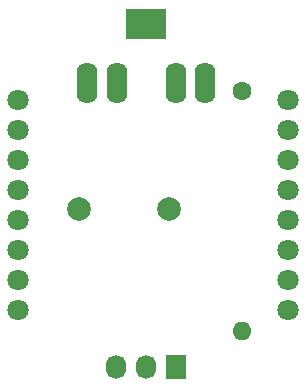
<source format=gbr>
%TF.GenerationSoftware,KiCad,Pcbnew,(6.0.4)*%
%TF.CreationDate,2023-09-26T18:39:51+02:00*%
%TF.ProjectId,BrausteuerungV4_Prototypplatine,42726175-7374-4657-9565-72756e675634,rev?*%
%TF.SameCoordinates,Original*%
%TF.FileFunction,Copper,L2,Bot*%
%TF.FilePolarity,Positive*%
%FSLAX46Y46*%
G04 Gerber Fmt 4.6, Leading zero omitted, Abs format (unit mm)*
G04 Created by KiCad (PCBNEW (6.0.4)) date 2023-09-26 18:39:51*
%MOMM*%
%LPD*%
G01*
G04 APERTURE LIST*
%TA.AperFunction,ComponentPad*%
%ADD10C,1.600000*%
%TD*%
%TA.AperFunction,ComponentPad*%
%ADD11O,1.600000X1.600000*%
%TD*%
%TA.AperFunction,ComponentPad*%
%ADD12C,2.000000*%
%TD*%
%TA.AperFunction,ComponentPad*%
%ADD13C,1.800000*%
%TD*%
%TA.AperFunction,ComponentPad*%
%ADD14R,3.500000X2.500000*%
%TD*%
%TA.AperFunction,ComponentPad*%
%ADD15O,1.750000X3.500000*%
%TD*%
%TA.AperFunction,ComponentPad*%
%ADD16R,1.727200X2.032000*%
%TD*%
%TA.AperFunction,ComponentPad*%
%ADD17O,1.727200X2.032000*%
%TD*%
G04 APERTURE END LIST*
D10*
%TO.P,R4\u002C7K,1*%
%TO.N,N/C*%
X85620000Y-60900000D03*
D11*
%TO.P,R4\u002C7K,2*%
X85620000Y-81220000D03*
%TD*%
D12*
%TO.P,Piezzo,1*%
%TO.N,N/C*%
X79440000Y-70870000D03*
%TO.P,Piezzo,2*%
X71820000Y-70890000D03*
%TD*%
D13*
%TO.P,REF\u002A\u002A,1*%
%TO.N,N/C*%
X66610000Y-79410000D03*
%TO.P,REF\u002A\u002A,2*%
X66610000Y-76870000D03*
%TO.P,REF\u002A\u002A,3*%
X66610000Y-74330000D03*
%TO.P,REF\u002A\u002A,4*%
X66610000Y-71790000D03*
%TO.P,REF\u002A\u002A,5*%
X66610000Y-69250000D03*
%TO.P,REF\u002A\u002A,6*%
X66610000Y-66710000D03*
%TO.P,REF\u002A\u002A,7*%
X66610000Y-64170000D03*
%TO.P,REF\u002A\u002A,8*%
X66610000Y-61630000D03*
%TO.P,REF\u002A\u002A,9*%
X89470000Y-61630000D03*
%TO.P,REF\u002A\u002A,10*%
X89470000Y-64170000D03*
%TO.P,REF\u002A\u002A,11*%
X89470000Y-66710000D03*
%TO.P,REF\u002A\u002A,12*%
X89470000Y-69250000D03*
%TO.P,REF\u002A\u002A,13*%
X89470000Y-71790000D03*
%TO.P,REF\u002A\u002A,14*%
X89470000Y-74330000D03*
%TO.P,REF\u002A\u002A,15*%
X89470000Y-76870000D03*
%TO.P,REF\u002A\u002A,16*%
X89470000Y-79410000D03*
%TD*%
D14*
%TO.P,Stereo3\u002C5,1*%
%TO.N,N/C*%
X77460000Y-55164000D03*
D15*
%TO.P,Stereo3\u002C5,2*%
X82460000Y-60170000D03*
%TO.P,Stereo3\u002C5,3*%
X79960000Y-60170000D03*
%TO.P,Stereo3\u002C5,4*%
X74960000Y-60170000D03*
%TO.P,Stereo3\u002C5,5*%
X72460000Y-60170000D03*
%TD*%
D16*
%TO.P,FS1000A,1*%
%TO.N,N/C*%
X79960000Y-84210000D03*
D17*
%TO.P,FS1000A,2*%
X77420000Y-84210000D03*
%TO.P,FS1000A,3*%
X74880000Y-84210000D03*
%TD*%
M02*

</source>
